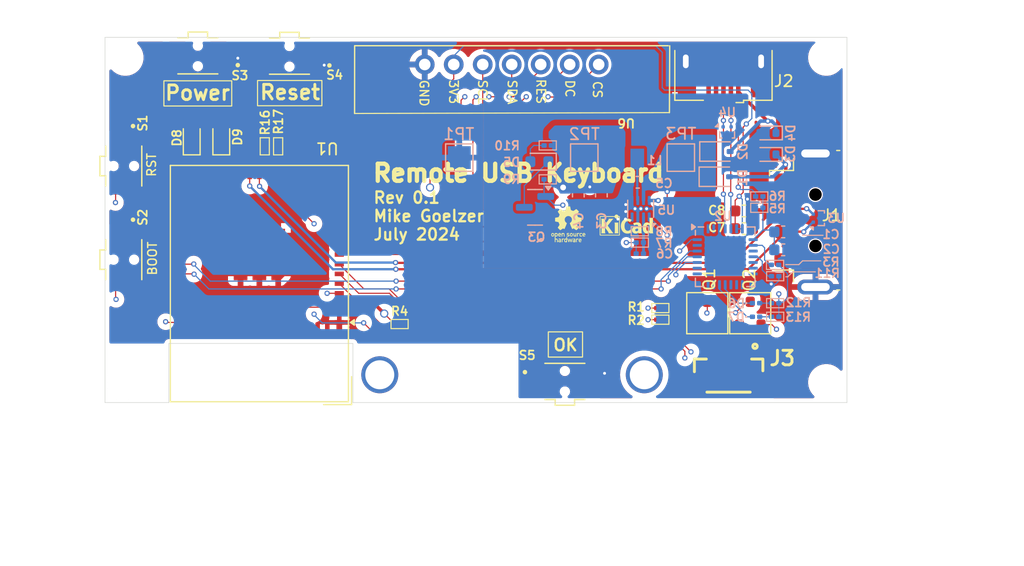
<source format=kicad_pcb>
(kicad_pcb (version 20240108) (generator "pcbnew") (generator_version "8.0")
  (layers (0 "F.Cu" signal) (1 "In1.Cu" signal) (2 "In2.Cu" signal) (31 "B.Cu" signal) (34 "B.Paste" user) (35 "F.Paste" user) (36 "B.SilkS" user "B.Silkscreen") (37 "F.SilkS" user "F.Silkscreen") (38 "B.Mask" user) (39 "F.Mask" user) (44 "Edge.Cuts" user))
  (net 0 "")
  (net 1 "GND")
  (net 2 "/USB + UART/VBUS_SENSING")
  (net 3 "+3V3")
  (net 4 "+5V")
  (net 5 "VBUS")
  (net 6 "VBUS_UART")
  (net 7 "Net-(D5-K)")
  (net 8 "Net-(D5-A)")
  (net 9 "Net-(D6-K)")
  (net 10 "Net-(D6-A)")
  (net 11 "Net-(D7-K)")
  (net 12 "Net-(D7-A)")
  (net 13 "USB_D+")
  (net 14 "USB_D-")
  (net 15 "Net-(D8-A)")
  (net 16 "Net-(D9-A)")
  (net 17 "/USB + UART/USB_UART_D+")
  (net 19 "/USB + UART/USB_UART_D-")
  (net 20 "/ESP32/F_PANEL_RST+")
  (net 21 "/ESP32/F_PANEL_HD+")
  (net 23 "EN")
  (net 24 "Net-(Q1-B)")
  (net 25 "GPIO0")
  (net 26 "Net-(Q2-E)")
  (net 27 "Net-(U2-~{RTS})")
  (net 28 "Net-(U2-~{RST})")
  (net 29 "Net-(U2-~{SUSPEND})")
  (net 30 "/ESP32/F_PANEL_PWR+")
  (net 31 "Net-(Q1-E)")
  (net 32 "/ESP32/LED_GRN")
  (net 36 "/ESP32/LED_AMBER")
  (net 37 "/ESP32/BTN_POWER")
  (net 38 "/ESP32/BTN_RESET")
  (net 43 "/ESP32/OLED_SDA")
  (net 44 "/ESP32/OLED_RST")
  (net 46 "/ESP32/OLED_CS")
  (net 53 "/ESP32/OLED_DC")
  (net 54 "/ESP32/OLED_SCK")
  (net 57 "/Power/FB")
  (net 58 "/Power/SW")
  (net 61 "/Power/PG")
  (net 64 "/ESP32/BTN_OK")
  (net 73 "TXD")
  (net 74 "RXD")
  (footprint "LED_SMD:LED_0603_1608Metric" (layer "F.Cu") (at 199.5678 59.4107 90)
    (property "Reference" "D9")
    (property "Value" "Amber" (hide yes))
  )
  (footprint "Connector_USB:USB_Micro-B_Amphenol_10118193-0001LF_Horizontal" (layer "F.Cu") (at 243.5626 52.705 180)
    (property "Reference" "J2")
    (property "Value" "USB_B_Micro")
  )
  (footprint "PCM_Package_TO_SOT_SMD_AKL:SOT-23" (layer "F.Cu") (at 242.1484 74.7682 90)
    (property "Reference" "Q1")
    (property "Value" "MMBT4124" (hide yes))
  )
  (footprint "USB-HID-Key-Parts:SW_EVQ-P7L01P" (layer "F.Cu") (at 191.0334 70.0786 -90)
    (property "Reference" "S2")
    (property "Value" "EVQ-P7L01P")
  )
  (footprint "LED_SMD:LED_0603_1608Metric" (layer "F.Cu") (at 196.977 59.4107 90)
    (property "Reference" "D8")
    (property "Value" "Green" (hide yes))
  )
  (footprint "PCM_Resistor_SMD_AKL:R_0201_0603Metric" (layer "F.Cu") (at 238.034 75.3364)
    (property "Reference" "R2")
    (property "Value" "10k" (hide yes))
  )
  (footprint "PCM_Resistor_SMD_AKL:R_0201_0603Metric" (layer "F.Cu") (at 215.1888 75.7174)
    (property "Reference" "R4")
    (property "Value" "2k (1%)" (hide yes))
  )
  (footprint "USB-HID-Key-Parts:SW_EVQ-P7L01P" (layer "F.Cu") (at 205.5402 52.2616 180)
    (property "Reference" "S4")
    (property "Value" "EVQ-P7L01P")
  )
  (footprint "MountingHole:MountingHole_3mm" (layer "F.Cu") (at 252.5776 52.3748)
    (property "Reference" "H1" (hide yes))
    (property "Value" "MountingHole")
  )
  (footprint "USB-HID-Key-Parts:OLED 0.95in Receptacle+Holes Only Footprint" (layer "F.Cu") (at 238.6264 82.1624 180)
    (property "Reference" "U6")
    (property "Value" "HiLetGo 0.95\" OLED")
  )
  (footprint "Connector_USB:USB_A_Molex_48037-2200_Horizontal" (layer "F.Cu") (at 259.999 66.6242)
    (property "Reference" "J1")
    (property "Value" "USB_A")
  )
  (footprint "USB-HID-Key-Parts:SW_EVQ-P7L01P" (layer "F.Cu") (at 197.5138 52.234 180)
    (property "Reference" "S3")
    (property "Value" "EVQ-P7L01P")
  )
  (footprint "PCM_Resistor_SMD_AKL:R_0201_0603Metric" (layer "F.Cu") (at 203.3778 60.1472 -90)
    (property "Reference" "R16")
    (property "Value" "1k" (hide yes))
  )
  (footprint "MountingHole:MountingHole_3mm" (layer "F.Cu") (at 252.5776 80.8228)
    (property "Reference" "H4" (hide yes))
    (property "Value" "MountingHole")
  )
  (footprint "LOGO" (layer "F.Cu") (at 235.0516 67.0306)
    (property "Reference" "G***" (hide yes))
    (property "Value" "LOGO" (hide yes))
  )
  (footprint "LOGO" (layer "F.Cu") (at 229.9716 66.9798)
    (property "Reference" "G***" (hide yes))
    (property "Value" "LOGO" (hide yes))
  )
  (footprint "PCM_Resistor_SMD_AKL:R_0201_0603Metric" (layer "F.Cu") (at 238.034 74.3204)
    (property "Reference" "R1")
    (property "Value" "10k" (hide yes))
  )
  (footprint "Capacitor_SMD:C_0603_1608Metric" (layer "F.Cu") (at 245.364 67.3608)
    (property "Reference" "C7")
    (property "Value" "10uF")
  )
  (footprint "RF_Module:ESP32-S2-MINI-1" (layer "F.Cu") (at 202.9056 72.175 180)
    (property "Reference" "U1")
    (property "Value" "ESP32-S3-MINI-1")
  )
  (footprint "PCM_Package_TO_SOT_SMD_AKL:SOT-23" (layer "F.Cu") (at 245.9076 74.7682 90)
    (property "Reference" "Q2")
    (property "Value" "MMBT4124" (hide yes))
  )
  (footprint "USB-HID-Key-Parts:SW_EVQ-P7L01P" (layer "F.Cu") (at 191.0334 61.8744 -90)
    (property "Reference" "S1")
    (property "Value" "EVQ-P7L01P")
  )
  (footprint "USB-HID-Key-Parts:SW_EVQ-P7L01P" (layer "F.Cu") (at 229.6702 80.7328)
    (property "Reference" "S5")
    (property "Value" "EVQ-P7L01P")
  )
  (footprint "MountingHole:MountingHole_3mm" (layer "F.Cu") (at 191.1604 52.3748)
    (property "Reference" "H2" (hide yes))
    (property "Value" "MountingHole")
  )
  (footprint "MountingHole:MountingHole_3mm" (layer "F.Cu") (at 191.1604 80.8228)
    (property "Reference" "H3" (hide yes))
    (property "Value" "MountingHole")
  )
  (footprint "PCM_Resistor_SMD_AKL:R_0201_0603Metric" (layer "F.Cu") (at 204.5462 60.1472 -90)
    (property "Reference" "R17")
    (property "Value" "1k" (hide yes))
  )
  (footprint "Capacitor_SMD:C_0603_1608Metric" (layer "F.Cu") (at 245.364 65.8114)
    (property "Reference" "C8")
    (property "Value" "0.1uF")
  )
  (footprint "USB-HID-Key-Parts:BM04B-SRSS-TB_LFSN_" (layer "F.Cu") (at 247.0164 78.8852 180)
    (property "Reference" "J3")
    (property "Value" "BM04B" (hide yes))
  )
  (footprint "Capacitor_SMD:C_0603_1608Metric" (layer "B.Cu") (at 232.8672 64.4398 -90)
    (property "Reference" "C3")
    (property "Value" "10uF")
  )
  (footprint "Capacitor_SMD:C_0603_1608Metric" (layer "B.Cu") (at 230.8476 64.4398 -90)
    (property "Reference" "C4")
    (property "Value" "10uF")
  )
  (footprint "USB-HID-Key-Parts:DFE201610E-R47M=P2" (layer "B.Cu") (at 235.1532 61.2648 180)
    (property "Reference" "L1")
    (property "Value" "470nH DFE201610E-R47M")
  )
  (footprint "Diode_SMD:D_SOD-523" (layer "B.Cu") (at 247.461 58.9788 180)
    (property "Reference" "D4")
    (property "Value" "ESD5Z5.0T1G")
  )
  (footprint "PCM_Resistor_SMD_AKL:R_0201_0603Metric" (layer "B.Cu") (at 248.0924 73.8886)
    (property "Reference" "R12")
    (property "Value" "1k" (hide yes))
  )
  (footprint "PCM_Resistor_SMD_AKL:R_0201_0603Metric" (layer "B.Cu") (at 246.7 64.5414)
    (property "Reference" "R5")
    (property "Value" "22.1k" (hide yes))
  )
  (footprint "PCM_Resistor_SMD_AKL:R_0201_0603Metric" (layer "B.Cu") (at 248.0924 71.5264)
    (property "Reference" "R11")
    (property "Value" "10k" (hide yes))
  )
  (footprint "PCM_Resistor_SMD_AKL:R_0201_0603Metric" (layer "B.Cu") (at 246.7 65.532 180)
    (property "Reference" "R6")
    (property "Value" "47.5k" (hide yes))
  )
  (footprint "Diode_SMD:D_SOD-523" (layer "B.Cu") (at 247.461 60.8584 180)
    (property "Reference" "D3")
    (property "Value" "ESD5Z5.0T1G")
  )
  (footprint "Capacitor_SMD:C_0201_0603Metric" (layer "B.Cu") (at 236.2352 69.5452)
    (property "Reference" "C6")
    (property "Value" "120pF")
  )
  (footprint "PCM_Resistor_SMD_AKL:R_0201_0603Metric" (layer "B.Cu") (at 248.0818 70.5358 180)
    (property "Reference" "R3")
    (property "Value" "1K" (hide yes))
  )
  (footprint "Diode_SMD:D_SOD-323" (layer "B.Cu") (at 243.044 62.8142)
    (property "Reference" "D1")
    (property "Value" "BAT60A")
  )
  (footprint "Package_TO_SOT_SMD:Texas_DRT-3" (layer "B.Cu") (at 243.8852 58.8704)
    (property "Reference" "U4")
    (property "Value" "TPD2EUSB30A" (hide yes))
  )
  (footprint "Capacitor_SMD:C_0603_1608Metric" (layer "B.Cu") (at 248.793 67.6448)
    (property "Reference" "C1")
    (property "Value" "10uF")
  )
  (footprint "PCM_Resistor_SMD_AKL:R_0201_0603Metric" (layer "B.Cu") (at 236.2306 67.5894 180)
    (property "Reference" "R8")
    (property "Value" "453k" (hide yes))
  )
  (footprint "TestPoint:TestPoint_Pad_2.0x2.0mm" (layer "B.Cu") (at 239.8268 61.1378 180)
    (property "Reference" "TP3")
    (property "Value" "(5V)")
  )
  (footprint "Capacitor_SMD:C_0603_1608Metric" (layer "B.Cu") (at 236.0552 63.2968 180)
    (property "Reference" "C5")
    (property "Value" "10uF")
  )
  (footprint "TestPoint:TestPoint_Pad_2.0x2.0mm" (layer "B.Cu") (at 220.4212 61.1378 180)
    (property "Reference" "TP1")
    (property "Value" "GND")
  )
  (footprint "PCM_Resistor_SMD_AKL:R_0201_0603Metric" (layer "B.Cu") (at 236.2352 68.58)
    (property "Reference" "R7")
    (property "Value" "100k" (hide yes))
  )
  (footprint "PCM_Resistor_SMD_AKL:R_0201_0603Metric" (layer "B.Cu") (at 228.1682 63.0428)
    (property "Reference" "R9")
    (property "Value" "10k" (hide yes))
  )
  (footprint "Capacitor_SMD:C_0603_1608Metric" (layer "B.Cu") (at 248.793 69.215)
    (property "Reference" "C2")
    (property "Value" "0.1uF")
  )
  (footprint "TestPoint:TestPoint_Pad_2.0x2.0mm" (layer "B.Cu") (at 231.3686 61.1378 180)
    (property "Reference" "TP2")
    (property "Value" "(3.3V)")
  )
  (footprint "PCM_Resistor_SMD_AKL:R_0201_0603Metric" (layer "B.Cu") (at 228.1682 60.071)
    (property "Reference" "R10")
    (property "Value" "1k" (hide yes))
  )
  (footprint "LED_SMD:LED_0201_0603Metric" (layer "B.Cu") (at 246.4202 75.0824)
    (property "Reference" "D7")
    (property "Value" "Green (TX)")
  )
  (footprint "Package_DFN_QFN:QFN-28-1EP_5x5mm_P0.5mm_EP3.35x3.35mm" (layer "B.Cu") (at 243.7154 69.8246 -90)
    (property "Reference" "U2")
    (property "Value" "CP2102N-Axx-xQFN28")
  )
  (footprint "Package_TO_SOT_SMD:Texas_DRT-3" (layer "B.Cu") (at 251.8596 66.4408 90)
    (property "Reference" "U3")
    (property "Value" "TPD2EUSB30A")
  )
  (footprint "LED_SMD:LED_0201_0603Metric" (layer "B.Cu") (at 246.4156 73.8886)
    (property "Reference" "D6")
    (property "Value" "Amber (RX)")
  )
  (footprint "Diode_SMD:D_SOD-323" (layer "B.Cu") (at 243.0948 60.6044)
    (property "Reference" "D2")
    (property "Value" "BAT60A")
  )
  (footprint "Package_SON:Texas_VSON-HR-8_1.5x2mm_P0.5mm" (layer "B.Cu") (at 236.3082 65.6198 90)
    (property "Reference" "U5")
    (property "Value" "TPS62823DLC")
  )
  (footprint "LED_SMD:LED_0603_1608Metric" (layer "B.Cu") (at 227.4317 61.4934 180)
    (property "Reference" "D5")
    (property "Value" "Green")
  )
  (footprint "PCM_Resistor_SMD_AKL:R_0201_0603Metric" (layer "B.Cu") (at 248.0924 75.0824)
    (property "Reference" "R13")
    (property "Value" "1k" (hide yes))
  )
  (footprint "Package_TO_SOT_SMD:SOT-23" (layer "B.Cu") (at 227.0529 65.4914 180)
    (property "Reference" "Q3")
    (property "Value" "BSH111BKR")
  )
  (gr_line (start 250.4948 70.1802) (end 250.1646 70.5104) (stroke (width 0.1)) (layer "B.SilkS"))
  (gr_line (start 250.1646 70.5104) (end 249.0216 70.5104) (stroke (width 0.1)) (layer "B.SilkS"))
  (gr_line (start 252.095 70.1802) (end 250.4948 70.1802) (stroke (width 0.1)) (layer "B.SilkS"))
  (gr_line (start 249.1994 71.5772) (end 249.0216 71.5772) (stroke (width 0.1)) (layer "B.SilkS"))
  (gr_line (start 249.6312 71.1454) (end 249.1994 71.5772) (stroke (width 0.1)) (layer "B.SilkS"))
  (gr_line (start 251.6124 71.1454) (end 249.6312 71.1454) (stroke (width 0.1)) (layer "B.SilkS"))
  (gr_line (start 252.2855 67.945) (end 250.4948 67.945) (stroke (width 0.1)) (layer "B.SilkS"))
  (gr_rect (start 202.7428 54.3814) (end 208.3816 56.5912) (stroke (width 0.1)) (fill none) (layer "F.SilkS"))
  (gr_rect (start 194.5386 54.4068) (end 200.4822 56.6166) (stroke (width 0.1)) (fill none) (layer "F.SilkS"))
  (gr_rect (start 228.219 76.4032) (end 231.2162 78.613) (stroke (width 0.1)) (fill none) (layer "F.SilkS"))
  (gr_line (start 194.9704 77.4192) (end 211.0994 77.4192) (stroke (width 0.05)) (layer "Edge.Cuts"))
  (gr_line (start 194.9704 82.5968) (end 189.381 82.5968) (stroke (width 0.05)) (layer "Edge.Cuts"))
  (gr_line (start 254.381 50.5968) (end 254.381 82.5968) (stroke (width 0.05)) (layer "Edge.Cuts"))
  (gr_line (start 189.381 50.5968) (end 189.381 82.5968) (stroke (width 0.05)) (layer "Edge.Cuts"))
  (gr_line (start 254.381 50.5968) (end 189.3824 50.5968) (stroke (width 0.05)) (layer "Edge.Cuts"))
  (gr_line (start 194.9704 82.5968) (end 194.9704 77.4192) (stroke (width 0.05)) (layer "Edge.Cuts"))
  (gr_line (start 254.381 82.5968) (end 211.0994 82.5968) (stroke (width 0.05)) (layer "Edge.Cuts"))
  (gr_line (start 211.0994 77.4192) (end 211.0994 82.6008) (stroke (width 0.05)) (layer "Edge.Cuts"))
  (gr_text "BOOT" (at 193.9798 71.5264 90) (layer "F.SilkS") (effects (font (size 0.762 0.762) (thickness 0.127) (bold yes)) (justify left bottom)))
  (gr_text "Remote USB Keyboard" (at 212.6742 63.373 0) (layer "F.SilkS") (effects (font (size 1.5 1.5) (thickness 0.375) (bold yes)) (justify left bottom)))
  (gr_text "Reset" (at 202.819 56.1594 0) (layer "F.SilkS") (effects (font (size 1.27 1.27) (thickness 0.254) (bold yes)) (justify left bottom)))
  (gr_text "Power" (at 194.5132 56.2102 0) (layer "F.SilkS") (effects (font (size 1.27 1.27) (thickness 0.254) (bold yes)) (justify left bottom)))
  (gr_text "Rev 0.1\nMike Goelzer\nJuly 2024" (at 212.8012 68.453 0) (layer "F.SilkS") (effects (font (size 1 1) (thickness 0.2) (bold yes)) (justify left bottom)))
  (gr_text "RST" (at 193.9036 62.8904 90) (layer "F.SilkS") (effects (font (size 0.762 0.762) (thickness 0.127) (bold yes)) (justify left bottom)))
  (gr_text "OK" (at 228.5492 78.1558 0) (layer "F.SilkS") (effects (font (size 1.016 1.016) (thickness 0.2032) (bold yes)) (justify left bottom)))
  (segment (start 199.3138 52.959) (end 200.3806 52.959) (width 0.1016) (layer "F.Cu") (net 1))
  (segment (start 200.3806 52.959) (end 201.0156 52.4256) (width 0.1016) (layer "F.Cu") (net 1))
  (segment (start 231.4702 80.0078) (end 231.1428 80.3352) (width 0.1016) (layer "F.Cu") (net 1))
  (segment (start 233.119 80.0078) (end 233.1466 80.0354) (width 0.1016) (layer "F.Cu") (net 1))
  (segment (start 201.0156 52.4256) (end 200.9394 52.4002) (width 0.1016) (layer "F.Cu") (net 1))
  (segment (start 207.3402 52.9866) (end 207.0128 52.6592) (width 0.1016) (layer "F.Cu") (net 1))
  (segment (start 228.1976 80.3352) (end 227.8702 80.0078) (width 0.1016) (layer "F.Cu") (net 1))
  (segment (start 231.4702 80.0078) (end 233.119 80.0078) (width 0.1016) (layer "F.Cu") (net 1))
  (segment (start 231.1428 80.3352) (end 228.1976 80.3352) (width 0.1016) (layer "F.Cu") (net 1))
  (segment (start 208.5362 52.9866) (end 208.5848 53.0352) (width 0.1016) (layer "F.Cu") (net 1))
  (segment (start 207.3402 52.9866) (end 208.5362 52.9866) (width 0.1016) (layer "F.Cu") (net 1))
  (segment (start 242.2626 56.4468) (end 242.2626 53.8718) (width 0.3048) (layer "F.Cu") (net 1))
  (segment (start 242.2626 53.8718) (end 242.3626 53.7718) (width 0.3048) (layer "F.Cu") (net 1))
  (segment (start 204.0676 52.6592) (end 203.7402 52.9866) (width 0.1016) (layer "F.Cu") (net 1))
  (segment (start 207.0128 52.6592) (end 204.0676 52.6592) (width 0.1016) (layer "F.Cu") (net 1))
  (via (at 236.3216 65.6146) (size 0.4572) (drill 0.254) (layers "F.Cu" "B.Cu") (net 1))
  (via (at 245.6688 64.77) (size 0.4572) (drill 0.254) (layers "F.Cu" "B.Cu") (net 1))
  (via (at 235.0008 65.8622) (size 0.4572) (drill 0.254) (layers "F.Cu" "B.Cu") (net 1))
  (via (at 208.5848 53.0352) (size 0.4572) (drill 0.254) (layers "F.Cu" "B.Cu") (net 1))
  (via (at 236.8296 65.6146) (size 0.4572) (drill 0.254) (layers "F.Cu" "B.Cu") (net 1))
  (via (at 235.8136 65.6146) (size 0.4572) (drill 0.254) (layers "F.Cu" "B.Cu") (net 1))
  (via (at 201.0156 52.4256) (size 0.4572) (drill 0.254) (layers "F.Cu" "B.Cu") (net 1))
  (via (at 235.0008 65.2526) (size 0.4572) (drill 0.254) (layers "F.Cu" "B.Cu") (net 1))
  (via (at 234.315 66.5226) (size 0.4572) (drill 0.254) (layers "F.Cu" "B.Cu") (net 1))
  (via (at 247.7516 72.2122) (size 0.4572) (drill 0.254) (layers "F.Cu" "B.Cu") (net 1))
  (via (at 233.1466 80.0354) (size 0.4572) (drill 0.254) (layers "F.Cu" "B.Cu") (net 1))
  (via (at 234.9754 66.5226) (size 0.4572) (drill 0.254) (layers "F.Cu" "B.Cu") (net 1))
  (segment (start 248.4124 71.5264) (end 248.4124 71.9324) (width 0.1016) (layer "B.Cu") (net 1))
  (segment (start 248.4124 71.9324) (end 248.1326 72.2122) (width 0.1016) (layer "B.Cu") (net 1))
  (segment (start 236.8296 65.6146) (end 237.2296 65.6146) (width 0.2032) (layer "B.Cu") (net 1))
  (segment (start 248.1326 72.2122) (end 247.7516 72.2122) (width 0.1016) (layer "B.Cu") (net 1))
  (segment (start 237.2296 65.6146) (end 237.2868 65.5574) (width 0.2032) (layer "B.Cu") (net 1))
  (segment (start 248.018 69.215) (end 248.018 67.6448) (width 0.1016) (layer "B.Cu") (net 2))
  (segment (start 248.018 67.6448) (end 247.8546 67.4814) (width 0.1016) (layer "B.Cu") (net 2))
  (segment (start 247.02 67.47) (end 246.1654 68.3246) (width 0.1016) (layer "B.Cu") (net 2))
  (segment (start 247.8546 67.4814) (end 247.0086 67.4814) (width 0.1016) (layer "B.Cu") (net 2))
  (segment (start 247.02 64.5414) (end 247.02 65.532) (width 0.1016) (layer "B.Cu") (net 2))
  (segment (start 247.02 65.532) (end 247.02 67.47) (width 0.1016) (layer "B.Cu") (net 2))
  (segment (start 244.589 64.8846) (end 244.589 67.3608) (width 0.1016) (layer "F.Cu") (net 3))
  (segment (start 212.9146 73.875) (end 209.9056 73.875) (width 0.3048) (layer "F.Cu") (net 3))
  (segment (start 214.8688 75.7174) (end 214.757 75.7174) (width 0.1016) (layer "F.Cu") (net 3))
  (segment (start 217.8558 63.754) (end 217.8558 56.3118) (width 0.1016) (layer "F.Cu") (net 3))
  (segment (start 245.2878 58.4708) (end 245.2878 64.1858) (width 0.1016) (layer "F.Cu") (net 3))
  (segment (start 245.2878 64.1858) (end 244.9449 64.5287) (width 0.1016) (layer "F.Cu") (net 3))
  (segment (start 245.5672 58.1914) (end 245.2878 58.4708) (width 0.1016) (layer "F.Cu") (net 3))
  (segment (start 214.757 75.7174) (end 213.8426 74.803) (width 0.1016) (layer "F.Cu") (net 3))
  (segment (start 244.9449 64.5287) (end 244.589 64.8846) (width 0.1016) (layer "F.Cu") (net 3))
  (segment (start 244.9824 65.8114) (end 244.9824 65.4564) (width 0.1016) (layer "F.Cu") (net 3))
  (segment (start 213.8426 74.803) (end 212.9146 73.875) (width 0.3048) (layer "F.Cu") (net 3))
  (segment (start 217.8558 56.3118) (end 219.932 54.2356) (width 0.1016) (layer "F.Cu") (net 3))
  (segment (start 219.932 54.2356) (end 219.932 52.9794) (width 0.1016) (layer "F.Cu") (net 3))
  (via (at 235.0516 68.58) (size 0.4572) (drill 0.254) (layers "F.Cu" "B.Cu") (net 3))
  (via (at 245.5672 58.1914) (size 0.4572) (drill 0.254) (layers "F.Cu" "B.Cu") (net 3))
  (via (at 217.8558 63.754) (size 0.7112) (drill 0.508) (layers "F.Cu" "B.Cu") (net 3))
  (via (at 229.5144 63.754) (size 0.7112) (drill 0.508) (layers "F.Cu" "B.Cu") (net 3))
  (via (at 248.412 73.0758) (size 0.4572) (drill 0.254) (layers "F.Cu" "B.Cu") (net 3))
  (via (at 244.9449 64.5287) (size 0.4572) (drill 0.254) (layers "F.Cu" "B.Cu") (net 3))
  (via (at 213.8426 74.803) (size 0.7112) (drill 0.508) (layers "F.Cu" "B.Cu") (net 3))
  (via (at 231.8512 63.7032) (size 0.4572) (drill 0.254) (layers "F.Cu" "B.Cu") (net 3))
  (segment (start 235.9152 68.58) (end 235.0516 68.58) (width 0.1016) (layer "B.Cu") (net 3))
  (segment (start 249.174 71.308) (end 249.174 73.4314) (width 0.1016) (layer "B.Cu") (net 3))
  (segment (start 246.0498 57.7088) (end 246.0498 55.5498) (width 0.1016) (layer "B.Cu") (net 3))
  (segment (start 248.412 73.0758) (end 248.412 73.8882) (width 0.1016) (layer "B.Cu") (net 3))
  (segment (start 248.6914 73.8124) (end 248.6152 73.8886) (width 0.1016) (layer "B.Cu") (net 3))
  (segment (start 237.6424 51.3588) (end 220.8022 51.3588) (width 0.1016) (layer "B.Cu") (net 3))
  (segment (start 238.4044 55.2196) (end 238.2012 55.0164) (width 0.1016) (layer "B.Cu") (net 3))
  (segment (start 248.4018 70.5358) (end 249.174 71.308) (width 0.1016) (layer "B.Cu") (net 3))
  (segment (start 235.9152 69.5452) (end 235.9152 68.58) (width 0.1016) (layer "B.Cu") (net 3))
  (segment (start 248.793 73.8124) (end 248.6914 73.8124) (width 0.1016) (layer "B.Cu") (net 3))
  (segment (start 248.6152 73.8886) (end 248.4124 73.8886) (width 0.1016) (layer "B.Cu") (net 3))
  (segment (start 248.412 73.8882) (end 248.4124 73.8886) (width 0.1016) (layer "B.Cu") (net 3))
  (segment (start 246.0498 55.5498) (end 245.7196 55.2196) (width 0.1016) (layer "B.Cu") (net 3))
  (segment (start 245.7196 55.2196) (end 238.4044 55.2196) (width 0.1016) (layer "B.Cu") (net 3))
  (segment (start 238.2012 51.9176) (end 237.6424 51.3588) (width 0.1016) (layer "B.Cu") (net 3))
  (segment (start 249.174 73.4314) (end 248.793 73.8124) (width 0.1016) (layer "B.Cu") (net 3))
  (segment (start 220.8022 51.3588) (end 219.932 52.229) (width 0.1016) (layer "B.Cu") (net 3))
  (segment (start 244.9449 64.5287) (end 245.2154 64.7992) (width 0.1016) (layer "B.Cu") (net 3))
  (segment (start 245.5672 58.1914) (end 246.0498 57.7088) (width 0.1016) (layer "B.Cu") (net 3))
  (segment (start 235.0516 68.58) (end 235.1024 68.58) (width 0.3048) (layer "B.Cu") (net 3))
  (segment (start 238.2012 55.0164) (end 238.2012 51.9176) (width 0.1016) (layer "B.Cu") (net 3))
  (segment (start 248.4124 73.8886) (end 248.4124 75.0824) (width 0.1016) (layer "B.Cu") (net 3))
  (segment (start 245.2154 67.3746) (end 244.7154 67.3746) (width 0.1016) (layer "B.Cu") (net 3))
  (segment (start 219.932 52.229) (end 219.932 52.9794) (width 0.1016) (layer "B.Cu") (net 3))
  (segment (start 245.2154 64.7992) (end 245.2154 67.3746) (width 0.1016) (layer "B.Cu") (net 3))
  (segment (start 238.633 67.945) (end 238.633 64.1096) (width 0.1016) (layer "F.Cu") (net 4))
  (via (at 238.633 67.945) (size 0.4572) (drill 0.254) (layers "F.Cu" "B.Cu") (net 4))
  (via (at 238.633 64.1096) (size 0.4572) (drill 0.254) (layers "F.Cu" "B.Cu") (net 4))
  (segment (start 236.5582 64.8948) (end 236.5582 63.5688) (width 0.3048) (layer "B.Cu") (net 4))
  (segment (start 238.6584 67.945) (end 238.633 67.9196) (width 0.3048) (layer "B.Cu") (net 4))
  (segment (start 237.0582 66.3448) (end 238.633 67.9196) (width 0.1016) (layer "B.Cu") (net 4))
  (segment (start 238.633 67.945) (end 238.6584 67.945) (width 0.3048) (layer "B.Cu") (net 4))
  (segment (start 238.633 67.9196) (end 238.6584 67.9196) (width 0.3048) (layer "B.Cu") (net 4))
  (segment (start 238.633 67.9196) (end 238.633 67.945) (width 0.3048) (layer "B.Cu") (net 4))
  (segment (start 236.5582 63.5688) (end 236.8302 63.2968) (width 0.3048) (layer "B.Cu") (net 4))
  (segment (start 249.026564 61.7474) (end 248.9962 61.7474) (width 0.3048) (layer "F.Cu") (net 5))
  (segment (start 248.9962 61.717036) (end 249.001164 61.722) (width 0.3048) (layer "F.Cu") (net 5))
  (segment (start 248.9962 61.7474) (end 248.9962 61.717036) (width 0.3048) (layer "F.Cu") (net 5))
  (segment (start 249.024 61.744836) (end 249.026564 61.7474) (width 0.3048) (layer "F.Cu") (net 5))
  (segment (start 249.024 63.1242) (end 249.024 61.744836) (width 0.3048) (layer "F.Cu") (net 5))
  (via (at 248.9962 61.7474) (size 0.4572) (drill 0.254) (layers "F.Cu" "B.Cu") (net 5))
  (segment (start 248.9962 61.7474) (end 247.9294 62.8142) (width 0.3048) (layer "B.Cu") (net 5))
  (segment (start 247.9294 62.8142) (end 244.094 62.8142) (width 0.3048) (layer "B.Cu") (net 5))
  (segment (start 248.9962 61.7474) (end 248.9962 61.6936) (width 0.3048) (layer "B.Cu") (net 5))
  (segment (start 248.9962 61.6936) (end 248.161 60.8584) (width 0.3048) (layer "B.Cu") (net 5))
  (segment (start 244.856529 63.7286) (end 244.8626 63.734671) (width 0.1016) (layer "F.Cu") (net 6))
  (segment (start 247.4468 57.9374) (end 247.4722 57.912) (width 0.3048) (layer "F.Cu") (net 6))
  (segment (start 244.8626 55.38) (end 244.8626 63.722529) (width 0.1016) (layer "F.Cu") (net 6))
  (segment (start 247.42 57.9374) (end 247.4468 57.9374) (width 0.3048) (layer "F.Cu") (net 6))
  (segment (start 244.8626 63.722529) (end 244.856529 63.7286) (width 0.1016) (layer "F.Cu") (net 6))
  (segment (start 244.8626 55.38) (end 247.42 57.9374) (width 0.3048) (layer "F.Cu") (net 6))
  (via (at 247.4468 57.9374) (size 0.4572) (drill 0.254) (layers "F.Cu" "B.Cu") (net 6))
  (via (at 244.856529 63.7286) (size 0.4572) (drill 0.254) (layers "F.Cu" "B.Cu") (net 6))
  (segment (start 244.856529 63.7286) (end 245.059729 63.9318) (width 0.1016) (layer "B.Cu") (net 6))
  (segment (start 246.38 64.262) (end 246.38 64.5414) (width 0.1016) (layer "B.Cu") (net 6))
  (segment (start 245.059729 63.9318) (end 246.0498 63.9318) (width 0.1016) (layer "B.Cu") (net 6))
  (segment (start 246.8118 57.9374) (end 244.1448 60.6044) (width 0.3048) (layer "B.Cu") (net 6))
  (segment (start 248.161 58.296) (end 248.161 58.9788) (width 0.3048) (layer "B.Cu") (net 6))
  (segment (start 247.8024 57.9374) (end 248.161 58.296) (width 0.3048) (layer "B.Cu") (net 6))
  (segment (start 246.0498 63.9318) (end 246.38 64.262) (width 0.1016) (layer "B.Cu") (net 6))
  (segment (start 247.4468 57.9374) (end 246.8118 57.9374) (width 0.3048) (layer "B.Cu") (net 6))
  (segment (start 247.4468 57.9374) (end 247.8024 57.9374) (width 0.3048) (layer "B.Cu") (net 6))
  (segment (start 226.1154 65.4914) (end 226.1154 63.5972) (width 0.1016) (layer "B.Cu") (net 7))
  (segment (start 226.1154 63.5972) (end 228.2192 61.4934) (width 0.1016) (layer "B.Cu") (net 7))
  (segment (start 226.949 60.071) (end 226.6442 60.3758) (width 0.1016) (layer "B.Cu") (net 8))
  (segment (start 226.6442 60.3758) (end 226.6442 61.4934) (width 0.1016) (layer "B.Cu") (net 8))
  (segment (start 227.8482 60.071) (end 226.949 60.071) (width 0.1016) (layer "B.Cu") (net 8))
  (segment (start 246.0956 73.8886) (end 244.929401 73.8886) (width 0.1016) (layer "B.Cu") (net 9))
  (segment (start 244.929401 73.8886) (end 243.7154 72.674599) (width 0.1016) (layer "B.Cu") (net 9))
  (segment (start 243.7154 72.674599) (end 243.7154 72.2746) (width 0.1016) (layer "B.Cu") (net 9))
  (segment (start 246.7356 73.8886) (end 247.7724 73.8886) (width 0.1016) (layer "B.Cu") (net 10))
  (segment (start 246.1002 75.0824) (end 245.623201 75.0824) (width 0.1016) (layer "B.Cu") (net 11))
  (segment (start 243.2154 72.674599) (end 243.2154 72.2746) (width 0.1016) (layer "B.Cu") (net 11))
  (segment (start 245.623201 75.0824) (end 243.2154 72.674599) (width 0.1016) (layer "B.Cu") (net 11))
  (segment (start 246.7402 75.0824) (end 247.7724 75.0824) (width 0.1016) (layer "B.Cu") (net 12))
  (segment (start 202.0556 63.6256) (end 202.0556 63.4986) (width 0.1016) (layer "F.Cu") (net 13))
  (segment (start 250.5456 67.6402) (end 250.5964 67.6402) (width 0.2) (layer "F.Cu") (net 13))
  (segment (start 249.024 67.6242) (end 250.5616 67.6242) (width 0.2) (layer "F.Cu") (net 13))
  (segment (start 202.057 63.627) (end 202.0556 63.6256) (width 0.1016) (layer "F.Cu") (net 13))
  (segment (start 214.8586 70.9168) (end 214.9856 70.9168) (width 0.2) (layer "F.Cu") (net 13))
  (segment (start 202.0556 62.625) (end 202.0556 63.6256) (width 0.1016) (layer "F.Cu") (net 13))
  (segment (start 250.5616 67.6242) (end 250.5456 67.6402) (width 0.2) (layer "F.Cu") (net 13))
  (segment (start 249.024 67.6242) (end 245.7314 70.9168) (width 0.2) (layer "F.Cu") (net 13))
  (segment (start 245.7314 70.9168) (end 214.8586 70.9168) (width 0.2) (layer "F.Cu") (net 13))
  (segment (start 250.5964 67.6402) (end 250.5964 67.5894) (width 0.2) (layer "F.Cu") (net 13))
  (via (at 202.057 63.627) (size 0.4572) (drill 0.254) (layers "F.Cu" "B.Cu") (net 13))
  (via (at 250.5964 67.6402) (size 0.4572) (drill 0.254) (layers "F.Cu" "B.Cu") (net 13))
  (via (at 214.8586 70.9168) (size 0.4572) (drill 0.254) (layers "F.Cu" "B.Cu") (net 13))
  (segment (start 250.5964 67.5894) (end 251.395 66.7908) (width 0.2) (layer "B.Cu") (net 13))
  (segment (start 251.395 66.7908) (end 251.4346 66.7908) (width 0.2) (layer "B.Cu") (net 13))
  (segment (start 214.8586 70.9168) (end 209.3468 70.9168) (width 0.2) (layer "B.Cu") (net 13))
  (segment (start 209.3468 70.9168) (end 202.057 63.627) (width 0.2) (layer "B.Cu") (net 13))
  (segment (start 214.8078 70.3326) (end 214.7824 70.3072) (width 0.2) (layer "F.Cu") (net 14))
  (segment (start 249.024 65.6242) (end 244.2902 70.358) (width 0.2) (layer "F.Cu") (net 14))
  (segment (start 214.8332 70.358) (end 214.8332 70.3326) (width 0.2) (layer "F.Cu") (net 14))
  (segment (start 214.8332 70.3326) (end 214.8078 70.3326) (width 0.2) (layer "F.Cu") (net 14))
  (segment (start 202.9206 63.6524) (end 202.8952 63.627) (width 0.1016) (layer "F.Cu") (net 14))
  (segment (start 202.9206 63.53) (end 202.9056 63.515) (width 0.1016) (layer "F.Cu") (net 14))
  (segment (start 244.2902 70.358) (end 243.459 70.358) (width 0.2) (layer "F.Cu") (net 14))
  (segment (start 249.024 65.6242) (end 250.7488 65.6242) (width 0.2) (layer "F.Cu") (net 14))
  (segment (start 214.8332 70.358) (end 214.8332 70.358) (width 0.2) (layer "F.Cu") (net 14))
  (segment (start 250.8504 65.6082) (end 250.8504 65.532) (width 0.2) (layer "F.Cu") (net 14))
  (segment (start 250.9266 65.6082) (end 250.8504 65.6082) (width 0.2) (layer "F.Cu") (net 14))
  (segment (start 250.9426 65.6242) (end 250.9266 65.6082) (width 0.2) (layer "F.Cu") (net 14))
  (segment (start 243.459 70.358) (end 214.8332 70.358) (width 0.2) (layer "F.Cu") (net 14))
  (segment (start 202.9056 63.515) (end 202.9056 62.625) (width 0.1016) (layer "F.Cu") (net 14))
  (segment (start 202.8952 63.627) (end 202.8952 63.5254) (width 0.1016) (layer "F.Cu") (net 14))
  (segment (start 202.9206 63.6524) (end 202.9206 63.53) (width 0.1016) (layer "F.Cu") (net 14))
  (via (at 214.8332 70.3326) (size 0.4572) (drill 0.254) (layers "F.Cu" "B.Cu") (net 14))
  (via (at 250.8504 65.6082) (size 0.4572) (drill 0.254) (layers "F.Cu" "B.Cu") (net 14))
  (via (at 202.9206 63.6524) (size 0.4572) (drill 0.254) (layers "F.Cu" "B.Cu") (net 14))
  (segment (start 209.6008 70.3326) (end 202.9206 63.6524) (width 0.2) (layer "B.Cu") (net 14))
  (segment (start 250.8504 65.532) (end 251.4092 66.0908) (width 0.2) (layer "B.Cu") (net 14))
  (segment (start 214.8332 70.3326) (end 209.6008 70.3326) (width 0.2) (layer "B.Cu") (net 14))
  (segment (start 251.4092 66.0908) (end 251.4346 66.0908) (width 0.2) (layer "B.Cu") (net 14))
  (segment (start 199.9742 59.3852) (end 197.739 59.3852) (width 0.1016) (layer "F.Cu") (net 15))
  (segment (start 203.327 59.152) (end 203.3778 59.2028) (width 0.1016) (layer "F.Cu") (net 15))
  (segment (start 203.327 59.152) (end 200.2074 59.152) (width 0.1016) (layer "F.Cu") (net 15))
  (segment (start 203.327 59.1562) (end 203.327 59.152) (width 0.1016) (layer "F.Cu") (net 15))
  (segment (start 200.2074 59.152) (end 199.9742 59.3852) (width 0.1016) (layer "F.Cu") (net 15))
  (segment (start 197.739 59.3852) (end 196.977 58.6232) (width 0.1016) (layer "F.Cu") (net 15))
  (segment (start 203.3778 59.2028) (end 203.3778 59.8272) (width 0.1016) (layer "F.Cu") (net 15))
  (segment (start 204.5462 59.3344) (end 203.6064 58.3946) (width 0.1016) (layer "F.Cu") (net 16))
  (segment (start 204.5462 59.8272) (end 204.5462 59.3344) (width 0.1016) (layer "F.Cu") (net 16))
  (segment (start 203.6064 58.3946) (end 199.8217 58.3946) (width 0.1016) (layer "F.Cu") (net 16))
  (segment (start 199.8217 58.3946) (end 199.5678 58.6485) (width 0.1016) (layer "F.Cu") (net 16))
  (segment (start 243.5626 55.38) (end 243.5606 55.382) (width 0.1016) (layer "F.Cu") (net 17))
  (segment (start 243.5606 57.8866) (end 243.5606 64.3382) (width 0.1016) (layer "F.Cu") (net 17))
  (segment (start 243.5606 55.382) (end 243.5606 57.8866) (width 0.1016) (layer "F.Cu") (net 17))
  (segment (start 243.5606 64.3382) (end 243.5626 64.2346) (width 0.1016) (layer "F.Cu") (net 17))
  (via (at 243.5606 57.8866) (size 0.4572) (drill 0.254) (layers "F.Cu" "B.Cu") (net 17))
  (via (at 243.5606 64.3382) (size 0.4572) (drill 0.254) (layers "F.Cu" "B.Cu") (net 17))
  (segment (start 243.6622 67.3214) (end 243.7154 67.3746) (width 0.1016) (layer "B.Cu") (net 17))
  (segment (start 243.5606 57.8866) (end 243.5606 58.3946) (width 0.1016) (layer "B.Cu") (net 17))
  (segment (start 243.6622 64.4398) (end 243.6622 67.3214) (width 0.1016) (layer "B.Cu") (net 17))
  (segment (start 243.5606 58.3946) (end 243.5352 58.42) (width 0.1016) (layer "B.Cu") (net 17))
  (segment (start 243.5606 64.3382) (end 243.6622 64.4398) (width 0.1016) (layer "B.Cu") (net 17))
  (segment (start 244.221 57.8866) (end 244.1956 64.3636) (width 0.1016) (layer "F.Cu") (net 19))
  (segment (start 244.1956 64.3636) (end 244.2126 64.2536) (width 0.1016) (layer "F.Cu") (net 19))
  (segment (start 244.2126 55.38) (end 244.221 55.3884) (width 0.1016) (layer "F.Cu") (net 19))
  (segment (start 244.221 55.3884) (end 244.221 57.8866) (width 0.1016) (layer "F.Cu") (net 19))
  (via (at 244.221 57.8866) (size 0.4572) (drill 0.254) (layers "F.Cu" "B.Cu") (net 19))
  (via (at 244.1956 64.3636) (size 0.4572) (drill 0.254) (layers "F.Cu" "B.Cu") (net 19))
  (segment (start 244.221 57.8866) (end 244.221 58.4058) (width 0.1016) (layer "B.Cu") (net 19))
  (segment (start 244.2154 64.3834) (end 244.2154 67.3746) (width 0.1016) (layer "B.Cu") (net 19))
  (segment (start 244.1956 64.3636) (end 244.2154 64.3834) (width 0.1016) (layer "B.Cu") (net 19))
  (segment (start 244.221 58.4058) (end 244.2352 58.42) (width 0.1016) (layer "B.Cu") (net 19))
  (segment (start 230.124 75.6666) (end 230.9114 76.454) (width 0.1016) (layer "F.Cu") (net 20))
  (segment (start 239.310832 77.0636) (end 243.6198 77.0636) (width 0.1016) (layer "F.Cu") (net 20))
  (segment (start 230.9114 76.454) (end 238.701232 76.454) (width 0.1016) (layer "F.Cu") (net 20))
  (segment (start 243.6198 77.0636) (end 244.5164 77.9602) (width 0.1016) (layer "F.Cu") (net 20))
  (segment (start 214.2998 73.025) (end 216.9414 75.6666) (width 0.1016) (layer "F.Cu") (net 20))
  (segment (start 244.5164 77.9602) (end 244.5164 78.4352) (width 0.1016) (layer "F.Cu") (net 20))
  (segment (start 216.9414 75.6666) (end 230.124 75.6666) (width 0.1016) (layer "F.Cu") (net 20))
  (segment (start 211.6056 73.025) (end 214.2998 73.025) (width 0.1016) (layer "F.Cu") (net 20))
  (segment (start 209.9056 71.325) (end 211.6056 73.025) (width 0.1016) (layer "F.Cu") (net 20))
  (segment (start 238.701232 76.454) (end 239.310832 77.0636) (width 0.1016) (layer "F.Cu") (net 20))
  (segment (start 216.9414 76.0476) (end 229.9716 76.0476) (width 0.1016) (layer "F.Cu") (net 21))
  (segment (start 242.8484 77.2922) (end 243.5164 77.9602) (width 0.1016) (layer "F.Cu") (net 21))
  (segment (start 230.7082 76.7842) (end 238.599632 76.7842) (width 0.1016) (layer "F.Cu") (net 21))
  (segment (start 214.249 73.3552) (end 216.9414 76.0476) (width 0.1016) (layer "F.Cu") (net 21))
  (segment (start 238.599632 76.7842) (end 239.107632 77.2922) (width 0.1016) (layer "F.Cu") (net 21))
  (segment (start 239.107632 77.2922) (end 242.8484 77.2922) (width 0.1016) (layer "F.Cu") (net 21))
  (segment (start 229.9716 76.0476) (end 230.7082 76.7842) (width 0.1016) (layer "F.Cu") (net 21))
  (segment (start 243.5164 77.9602) (end 243.5164 78.4352) (width 0.1016) (layer "F.Cu") (net 21))
  (segment (start 209.9056 72.175) (end 211.0858 73.3552) (width 0.1016) (layer "F.Cu") (net 21))
  (segment (start 211.0858 73.3552) (end 214.249 73.3552) (width 0.1016) (layer "F.Cu") (net 21))
  (segment (start 197.2364 74.2442) (end 212.0646 74.2442) (width 0.1016) (layer "F.Cu") (net 23))
  (segment (start 212.0646 74.2442) (end 214.6046 76.7842) (width 0.1016) (layer "F.Cu") (net 23))
  (segment (start 242.1484 73.7682) (end 242.1484 74.7166) (width 0.1016) (layer "F.Cu") (net 23))
  (segment (start 230.2764 77.47) (end 238.379 77.47) (width 0.1016) (layer "F.Cu") (net 23))
  (segment (start 238.7092 77.8002) (end 239.8776 77.8002) (width 0.1016) (layer "F.Cu") (net 23))
  (segment (start 215.5088 76.1086) (end 214.8332 76.7842) (width 0.1016) (layer "F.Cu") (net 23))
  (segment (start 214.8332 76.7842) (end 214.7316 76.7842) (width 0.1016) (layer "F.Cu") (net 23))
  (segment (start 190.3084 63.6744) (end 190.3084 65.0632) (width 0.1016) (layer "F.Cu") (net 23))
  (segment (start 195.9056 75.575) (end 197.2364 74.2442) (width 0.1016) (layer "F.Cu") (net 23))
  (segment (start 190.6358 63.347) (end 190.3084 63.6744) (width 0.1016) (layer "F.Cu") (net 23))
  (segment (start 240.1824 78.6892) (end 240.1824 78.5622) (width 0.1016) (layer "F.Cu") (net 23))
  (segment (start 242.1484 74.7166) (end 242.1128 74.7522) (width 0.1016) (layer "F.Cu") (net 23))
  (segment (start 190.6358 60.4018) (end 190.6358 63.347) (width 0.1016) (layer "F.Cu") (net 23))
  (segment (start 194.7518 75.575) (end 194.691 75.5142) (width 0.1016) (layer "F.Cu") (net 23))
  (segment (start 190.3084 65.0632) (end 190.2968 65.0748) (width 0.1016) (layer "F.Cu") (net 23))
  (segment (start 214.7316 76.7842) (end 229.5906 76.7842) (width 0.1016) (layer "F.Cu") (net 23))
  (segment (start 229.5906 76.7842) (end 230.2764 77.47) (width 0.1016) (layer "F.Cu") (net 23))
  (segment (start 195.9056 75.575) (end 194.7518 75.575) (width 0.1016) (layer "F.Cu") (net 23))
  (segment (start 190.3084 60.0744) (end 190.6358 60.4018) (width 0.1016) (layer "F.Cu") (net 23))
  (segment (start 238.379 77.47) (end 238.7092 77.8002) (width 0.1016) (layer "F.Cu") (net 23))
  (segment (start 239.8776 77.8002) (end 240.1824 78.105) (width 0.1016) (layer "F.Cu") (net 23))
  (segment (start 214.6046 76.7842) (end 214.7316 76.7842) (width 0.1016) (layer "F.Cu") (net 23))
  (segment (start 240.1824 78.105) (end 240.1824 78.6892) (width 0.1016) (layer "F.Cu") (net 23))
  (segment (start 215.5088 75.7174) (end 215.5088 76.1086) (width 0.1016) (layer "F.Cu") (net 23))
  (via (at 194.691 75.5142) (size 0.4572) (drill 0.254) (layers "F.Cu" "B.Cu") (net 23))
  (via (at 240.1824 78.6892) (size 0.4572) (drill 0.254) (layers "F.Cu" "B.Cu") (net 23))
  (via (at 242.1128 74.7522) (size 0.4572) (drill 0.254) (layers "F.Cu" "B.Cu") (net 23))
  (via (at 190.2968 65.0748) (size 0.4572) (drill 0.254) (layers "F.Cu" "B.Cu") (net 23))
  (segment (start 238.354 74.3204) (end 239.7506 74.3204) (width 0.1016) (layer "F.Cu") (net 24))
  (segment (start 239.7506 74.3204) (end 241.1984 75.7682) (width 0.1016) (layer "F.Cu") (net 24))
  (segment (start 238.887 77.5462) (end 240.1062 77.5462) (width 0.1016) (layer "F.Cu") (net 25))
  (segment (start 209.9818 73.025) (end 210.5152 73.5584) (width 0.1016) (layer "F.Cu") (net 25))
  (segment (start 245.586 73.7682) (end 244.6274 74.7268) (width 0.1016) (layer "F.Cu") (net 25))
  (segment (start 229.743 76.4032) (end 230.4796 77.1398) (width 0.1016) (layer "F.Cu") (net 25))
  (segment (start 209.9056 73.025) (end 209.9818 73.025) (width 0.1016) (layer "F.Cu") (net 25))
  (segment (start 190.6358 71.5512) (end 190.3084 71.8786) (width 0.1016) (layer "F.Cu") (net 25))
  (segment (start 190.3084 68.2786) (end 190.6358 68.606) (width 0.1016) (layer "F.Cu") (net 25))
  (segment (start 214.0839 73.5584) (end 216.9287 76.4032) (width 0.1016) (layer "F.Cu") (net 25))
  (segment (start 208.8388 73.025) (end 208.8642 73.025) (width 0.1016) (layer "F.Cu") (net 25))
  (segment (start 245.9076 73.7682) (end 245.586 73.7682) (width 0.1016) (layer "F.Cu") (net 25))
  (segment (start 216.9287 76.4032) (end 229.743 76.4032) (width 0.1016) (layer "F.Cu") (net 25))
  (segment (start 230.4796 77.1398) (end 238.4806 77.1398) (width 0.1016) (layer "F.Cu") (net 25))
  (segment (start 210.5152 73.5584) (end 214.0839 73.5584) (width 0.1016) (layer "F.Cu") (net 25))
  (segment (start 190.3084 73.5192) (end 190.3476 73.5584) (width 0.1016) (layer "F.Cu") (net 25))
  (segment (start 240.1062 77.5462) (end 240.7158 78.1558) (width 0.1016) (layer "F.Cu") (net 25))
  (segment (start 238.4806 77.1398) (end 238.887 77.5462) (width 0.1016) (layer "F.Cu") (net 25))
  (segment (start 190.3084 71.8786) (end 190.3084 73.5192) (width 0.1016) (layer "F.Cu") (net 25))
  (segment (start 240.7158 78.1558) (end 240.7158 78.105) (width 0.1016) (layer "F.Cu") (net 25))
  (segment (start 190.6358 68.606) (end 190.6358 71.5512) (width 0.1016) (layer "F.Cu") (net 25))
  (segment (start 209.9056 73.025) (end 208.8388 73.025) (width 0.1016) (layer "F.Cu") (net 25))
  (via (at 208.8388 73.025) (size 0.4572) (drill 0.254) (layers "F.Cu" "B.Cu") (net 25))
  (via (at 240.7158 78.1558) (size 0.4572) (drill 0.254) (layers "F.Cu" "B.Cu") (net 25))
  (via (at 244.6274 74.7268) (size 0.4572) (drill 0.254) (layers "F.Cu" "B.Cu") (net 25))
  (via (at 190.3476 73.5584) (size 0.4572) (drill 0.254) (layers "F.Cu" "B.Cu") (net 25))
  (segment (start 236.9566 74.3204) (end 237.714 74.3204) (width 0.1016) (layer "F.Cu") (net 26))
  (segment (start 246.8576 75.7682) (end 247.8024 75.7682) (width 0.1016) (layer "F.Cu") (net 26))
  (segment (start 247.8024 75.7682) (end 248.2088 76.1746) (width 0.1016) (layer "F.Cu") (net 26))
  (via (at 248.2088 76.1746) (size 0.4572) (drill 0.254) (layers "F.Cu" "B.Cu") (net 26))
  (via (at 236.9566 74.3204) (size 0.4572) (drill 0.254) (layers "F.Cu" "B.Cu") (net 26))
  (via (at 239.7252 69.3166) (size 0.4572) (drill 0.254) (layers "F.Cu" "B.Cu") (net 26))
  (segment (start 239.7252 69.3166) (end 239.7252 69.342) (width 0.1016) (layer "B.Cu") (net 26))
  (segment (start 240.7426 68.3246) (end 239.7506 69.3166) (width 0.1016) (layer "B.Cu") (net 26))
  (segment (start 239.7506 69.3166) (end 239.7252 69.3166) (width 0.1016) (layer "B.Cu") (net 26))
  (segment (start 241.2654 68.3246) (end 240.7426 68.3246) (width 0.1016) (layer "B.Cu") (net 26))
  (segment (start 239.7252 69.342) (end 239.7252 69.342) (width 0.1016) (layer "B.Cu") (net 26))
  (segment (start 236.9566 75.3364) (end 237.0328 75.3364) (width 0.1016) (layer "F.Cu") (net 27))
  (segment (start 237.714 75.3364) (end 236.9566 75.3364) (width 0.1016) (layer "F.Cu") (net 27))
  (via (at 236.9566 75.3364) (size 0.4572) (drill 0.254) (layers "F.Cu" "B.Cu") (net 27))
  (via (at 239.395 71.3994) (size 0.4572) (drill 0.254) (layers "F.Cu" "B.Cu") (net 27))
  (segment (start 241.2654 70.3246) (end 240.2412 70.3246) (width 0.1016) (layer "B.Cu") (net 27))
  (segment (start 239.395 71.1708) (end 239.395 71.3994) (width 0.1016) (layer "B.Cu") (net 27))
  (segment (start 240.2412 70.3246) (end 239.395 71.1708) (width 0.1016) (layer "B.Cu") (net 27))
  (segment (start 246.9548 68.8246) (end 247.1674 69.0372) (width 0.1016) (layer "B.Cu") (net 28))
  (segment (start 246.1654 68.8246) (end 246.9548 68.8246) (width 0.1016) (layer "B.Cu") (net 28))
  (segment (start 247.5992 70.5358) (end 247.7618 70.5358) (width 0.1016) (layer "B.Cu") (net 28))
  (segment (start 247.1674 70.104) (end 247.5992 70.5358) (width 0.1016) (layer "B.Cu") (net 28))
  (segment (start 247.1674 69.0372) (end 247.1674 70.104) (width 0.1016) (layer "B.Cu") (net 28))
  (segment (start 247.7724 71.5264) (end 247.4976 71.5264) (width 0.1016) (layer "B.Cu") (net 29))
  (segment (start 246.565399 69.8246) (end 246.1654 69.8246) (width 0.1016) (layer "B.Cu") (net 29))
  (segment (start 247.4976 71.5264) (end 246.9642 70.993) (width 0.1016) (layer "B.Cu") (net 29))
  (segment (start 246.9642 70.993) (end 246.9642 70.223401) (width 0.1016) (layer "B.Cu") (net 29))
  (segment (start 246.9642 70.223401) (end 246.565399 69.8246) (width 0.1016) (layer "B.Cu") (net 29))
  (segment (start 231.1146 76.1492) (end 230.2256 75.2602) (width 0.1016) (layer "F.Cu") (net 30))
  (segment (start 238.8108 76.1492) (end 231.1146 76.1492) (width 0.1016) (layer "F.Cu") (net 30))
  (segment (start 244.3912 76.835) (end 239.4966 76.835) (width 0.1016) (layer "F.Cu") (net 30))
  (segment (start 214.2744 72.644) (end 212.0646 72.644) (width 0.1016) (layer "F.Cu") (net 30))
  (segment (start 209.9056 70.485) (end 209.9056 70.475) (width 0.1016) (layer "F.Cu") (net 30))
  (segment (start 239.4966 76.835) (end 238.8108 76.1492) (width 0.1016) (layer "F.Cu") (net 30))
  (segment (start 230.2256 75.2602) (end 216.8906 75.2602) (width 0.1016) (layer "F.Cu") (net 30))
  (segment (start 216.8906 75.2602) (end 214.2744 72.644) (width 0.1016) (layer "F.Cu") (net 30))
  (segment (start 212.0646 72.644) (end 209.9056 70.485) (width 0.1016) (layer "F.Cu") (net 30))
  (segment (start 245.5164 77.9602) (end 244.3912 76.835) (width 0.1016) (layer "F.Cu") (net 30))
  (segment (start 245.5164 78.4352) (end 245.5164 77.9602) (width 0.1016) (layer "F.Cu") (net 30))
  (segment (start 238.354 75.3364) (end 239.3882 76.3706) (width 0.1016) (layer "F.Cu") (net 31))
  (segment (start 243.0984 75.7682) (end 244.9576 75.7682) (width 0.1016) (layer "F.Cu") (net 31))
  (segment (start 239.3882 76.3706) (end 242.496 76.3706) (width 0.1016) (layer "F.Cu") (net 31))
  (segment (start 242.496 76.3706) (end 243.0984 75.7682) (width 0.1016) (layer "F.Cu") (net 31))
  (segment (start 203.8858 61.5188) (end 204.3494 61.5188) (width 0.1016) (layer "F.Cu") (net 32))
  (segment (start 203.3778 61.0108) (end 203.8858 61.5188) (width 0.1016) (layer "F.Cu") (net 32))
  (segment (start 204.3494 61.5188) (end 205.4556 62.625) (width 0.1016) (layer "F.Cu") (net 32))
  (segment (start 203.3778 60.4672) (end 203.3778 61.0108) (width 0.1016) (layer "F.Cu") (net 32))
  (segment (start 204.5462 60.4672) (end 206.3056 62.2266) (width 0.1016) (layer "F.Cu") (net 36))
  (segment (start 206.3056 62.2266) (end 206.3056 62.625) (width 0.1016) (layer "F.Cu") (net 36))
  (segment (start 202.6666 54.6862) (end 210.8962 54.6862) (width 0.1016) (layer "F.Cu") (net 37))
  (segment (start 199.3138 51.509) (end 201.4706 51.509) (width 0.1016) (layer "F.Cu") (net 37))
  (segment (start 211.1502 63.5) (end 210.9752 63.675) (width 0.1016) (layer "F.Cu") (net 37))
  (segment (start 195.7138 51.509) (end 196.0412 51.8364) (width 0.1016) (layer "F.Cu") (net 37))
  (segment (start 202.0316 54.0512) (end 202.6666 54.6862) (width 0.1016) (layer "F.Cu") (net 37))
  (segment (start 210.9752 63.675) (end 209.9056 63.675) (width 0.1016) (layer "F.Cu") (net 37))
  (segment (start 201.4706 51.509) (end 202.0316 52.07) (width 0.1016) (layer "F.Cu") (net 37))
  (segment (start 198.9864 51.8364) (end 199.3138 51.509) (width 0.1016) (layer "F.Cu") (net 37))
  (segment (start 196.0412 51.8364) (end 198.9864 51.8364) (width 0.1016) (layer "F.Cu") (net 37))
  (segment (start 211.1502 54.9402) (end 211.1502 63.5) (width 0.1016) (layer "F.Cu") (net 37))
  (segment (start 210.8962 54.6862) (end 211.1502 54.9402) (width 0.1016) (layer "F.Cu") (net 37))
  (segment (start 202.0316 52.07) (end 202.0316 54.0512) (width 0.1016) (layer "F.Cu") (net 37))
  (segment (start 210.9888 64.525) (end 209.9056 64.525) (width 0.1016) (layer "F.Cu") (net 38))
  (segment (start 210.3882 51.5366) (end 211.6328 52.7812) (width 0.1016) (layer "F.Cu") (net 38))
  (segment (start 211.6328 52.7812) (end 211.6328 63.881) (width 0.1016) (layer "F.Cu") (net 38))
  (segment (start 207.3402 51.5366) (end 210.3882 51.5366) (width 0.1016) (layer "F.Cu") (net 38))
  (segment (start 204.0676 51.864) (end 207.0128 51.864) (width 0.1016) (layer "F.Cu") (net 38))
  (segment (start 203.7402 51.5366) (end 204.0676 51.864) (width 0.1016) (layer "F.Cu") (net 38))
  (segment (start 211.6328 63.881) (end 210.9888 64.525) (width 0.1016) (layer "F.Cu") (net 38))
  (segment (start 207.0128 51.864) (end 207.3402 51.5366) (width 0.1016) (layer "F.Cu") (net 38))
  (segment (start 223.52 55.8038) (end 225.012 54.3118) (width 0.1016) (layer "F.Cu") (net 43))
  (segment (start 221.615 65.0494) (end 221.615 56.0832) (width 0.1016) (layer "F.Cu") (net 43))
  (segment (start 209.9056 67.075) (end 219.5894 67.075) (width 0.1016) (layer "F.Cu") (net 43))
  (segment (start 223.012 55.8038) (end 223.52 55.8038) (width 0.1016) (layer "F.Cu") (net 43))
  (segment (start 221.615 56.0832) (end 221.8944 55.8038) (width 0.1016) (layer "F.Cu") (net 43))
  (segment (start 225.012 54.3118) (end 225.012 52.9794) (width 0.1016) (layer "F.Cu") (net 43))
  (segment (start 219.5894 67.075) (end 221.615 65.0494) (width 0.1016) (layer "F.Cu") (net 43))
  (via (at 223.012 55.8038) (size 0.4572) (drill 0.254) (layers "F.Cu" "B.Cu") (net 43))
  (via (at 221.8944 55.8038) (size 0.4572) (drill 0.254) (layers "F.Cu" "B.Cu") (net 43))
  (segment (start 220.5736 64.7192) (end 220.5736 56.1086) (width 0.1016) (layer "F.Cu") (net 44))
  (segment (start 219.0314 66.225) (end 219.0496 66.2432) (width 0.1016) (layer "F.Cu") (net 44))
  (segment (start 224.79 55.8038) (end 225.171 55.8038) (width 0.1016) (layer "F.Cu") (net 44))
  (segment (start 225.171 55.8038) (end 227.552 53.4228) (width 0.1016) (layer "F.Cu") (net 44))
  (segment (start 220.8784 55.8038) (end 220.9038 55.8038) (width 0.1016) (layer "F.Cu") (net 44))
  (segment (start 220.9038 55.7784) (end 220.853 55.8292) (width 0.1016) (layer "F.Cu") (net 44))
  (segment (start 219.1258 66.167) (end 220.5736 64.7192) (width 0.1016) (layer "F.Cu") (net 44))
  (segment (start 220.9038 55.8038) (end 220.9038 55.7784) (width 0.1016) (layer "F.Cu") (net 44))
  (segment (start 220.5736 56.1086) (end 220.8784 55.8038) (width 0.1016) (layer "F.Cu") (net 44))
  (segment (start 209.9056 66.225) (end 219.0314 66.225) (width 0.1016) (layer "F.Cu") (net 44))
  (segment (start 219.0496 66.2432) (end 219.1258 66.167) (width 0.1016) (layer "F.Cu") (net 44))
  (segment (start 227.552 53.4228) (end 227.552 52.9794) (width 0.1016) (layer "F.Cu") (net 44))
  (via (at 220.9038 55.8038) (size 0.4572) (drill 0.254) (layers "F.Cu" "B.Cu") (net 44))
  (via (at 224.79 55.8038) (size 0.4572) (drill 0.254) (layers "F.Cu" "B.Cu") (net 44))
  (segment (start 232.632 52.9794) (end 229.7822 55.8292) (width 0.1016) (layer "F.Cu") (net 46))
  (segment (start 223.2406 58.8264) (end 226.2632 55.8038) (width 0.1016) (layer "F.Cu") (net 46))
  (segment (start 226.2886 55.7784) (end 226.2632 55.8038) (width 0.1016) (layer "F.Cu") (net 46))
  (segment (start 226.2632 55.8038) (end 226.2886 55.8038) (width 0.1016) (layer "F.Cu") (net 46))
  (segment (start 223.2406 66.4718) (end 223.2406 63.0682) (width 0.1016) (layer "F.Cu") (net 46))
  (segment (start 220.9374 68.775) (end 223.1644 66.548) (width 0.1016) (layer "F.Cu") (net 46))
  (segment (start 228.2444 55.8292) (end 228.1936 55.7784) (width 0.1016) (layer "F.Cu") (net 46))
  (segment (start 223.2406 63.0682) (end 223.2406 58.8264) (width 0.1016) (layer "F.Cu") (net 46))
  (segment (start 223.1644 66.548) (end 223.2406 66.4718) (width 0.1016) (layer "F.Cu") (net 46))
  (segment (start 226.2886 55.8038) (end 226.2886 55.7784) (width 0.1016) (layer "F.Cu") (net 46))
  (segment (start 209.9056 68.775) (end 220.9374 68.775) (width 0.1016) (layer "F.Cu") (net 46))
  (segment (start 229.7822 55.8292) (end 228.2444 55.8292) (width 0.1016) (layer "F.Cu") (net 46))
  (via (at 228.1936 55.8038) (size 0.4572) (drill 0.254) (layers "F.Cu" "B.Cu") (net 46))
  (via (at 226.2886 55.8038) (size 0.4572) (drill 0.254) (layers "F.Cu" "B.Cu") (net 46))
  (segment (start 229.0318 54.0396) (end 230.092 52.9794) (width 0.1016) (layer "F.Cu") (net 53))
  (segment (start 221.3828 69.625) (end 224.1042 66.9036) (width 0.1016) (layer "F.Cu") (net 53))
  (segment (start 229.0318 54.0766) (end 229.0318 54.0396) (width 0.1016) (layer "F.Cu") (net 53))
  (segment (start 224.1042 59.0042) (end 229.0318 54.0766) (width 0.1016) (layer "F.Cu") (net 53))
  (segment (start 224.1042 66.9036) (end 224.1042 59.0042) (width 0.1016) (layer "F.Cu") (net 53))
  (segment (start 209.9056 69.625) (end 221.3828 69.625) (width 0.1016) (layer "F.Cu") (net 53))
  (segment (start 222.472 65.7418) (end 222.472 52.9794) (width 0.1016) (layer "F.Cu") (net 54))
  (segment (start 209.9056 67.925) (end 220.2888 67.925) (width 0.1016) (layer "F.Cu") (net 54))
  (segment (start 220.2888 67.925) (end 222.472 65.7418) (width 0.1016) (layer "F.Cu") (net 54))
  (segment (start 236.5582 66.3448) (end 236.5582 69.5422) (width 0.254) (layer "B.Cu") (net 57))
  (segment (start 236.5582 69.5422) (end 236.5552 69.5452) (width 0.3048) (layer "B.Cu") (net 57))
  (segment (start 236.0132 61.2648) (end 236.0132 64.8498) (width 0.2032) (layer "B.Cu") (net 58))
  (segment (start 236.0132 64.8498) (end 236.0582 64.8948) (width 0.2032) (layer "B.Cu") (net 58))
  (via (at 237.8456 64.897) (size 0.4572) (drill 0.254) (layers "F.Cu" "B.Cu") (net 61))
  (via (at 229.489 65.3034) (size 0.4572) (drill 0.254) (layers "F.Cu" "B.Cu") (net 61))
  (segment (start 228.7524 65.3034) (end 227.9904 64.5414) (width 0.1016) (layer "B.Cu") (net 61))
  (segment (start 229.489 65.3034) (end 228.7524 65.3034) (width 0.1016) (layer "B.Cu") (net 61))
  (segment (start 237.8456 64.9224) (end 237.8202 64.897) (width 0.3048) (layer "B.Cu") (net 61))
  (segment (start 227.9142 64.4652) (end 227.8888 64.4652) (width 0.1016) (layer "B.Cu") (net 61))
  (segment (start 237.8202 64.897) (end 237.8456 64.897) (width 0.3048) (layer "B.Cu") (net 61))
  (segment (start 237.8456 64.897) (end 237.8456 64.9224) (width 0.3048) (layer "B.Cu") (net 61))
  (segment (start 227.8888 64.4652) (end 227.8482 64.4246) (width 0.1016) (layer "B.Cu") (net 61))
  (segment (start 237.818 64.8948) (end 237.8202 64.897) (width 0.3048) (layer "B.Cu") (net 61))
  (segment (start 237.0582 64.8948) (end 237.818 64.8948) (width 0.3048) (layer "B.Cu") (net 61))
  (segment (start 227.9904 64.5414) (end 227.9142 64.4652) (width 0.1016) (layer "B.Cu") (net 61))
  (segment (start 227.8482 64.4246) (end 227.8482 63.0428) (width 0.1016) (layer "B.Cu") (net 61))
  (segment (start 231.1428 81.1304) (end 231.4702 81.4578) (width 0.1016) (layer "F.Cu") (net 64))
  (segment (start 227.8702 81.4578) (end 228.1976 81.1304) (width 0.1016) (layer "F.Cu") (net 64))
  (segment (start 227.8702 81.4578) (end 226.7458 81.4578) (width 0.1016) (layer "F.Cu") (net 64))
  (segment (start 207.1556 66.3888) (end 207.1556 62.625) (width 0.1016) (layer "F.Cu") (net 64))
  (segment (start 207.6958 66.929) (end 207.1556 66.3888) (width 0.1016) (layer "F.Cu") (net 64))
  (segment (start 225.9076 77.2922) (end 225.7298 77.1144) (width 0.1016) (layer "F.Cu") (net 64))
  (segment (start 226.7458 81.4578) (end 225.9076 80.6196) (width 0.1016) (layer "F.Cu") (net 64))
  (segment (start 225.9076 80.6196) (end 225.9076 77.2922) (width 0.1016) (layer "F.Cu") (net 64))
  (segment (start 228.1976 81.1304) (end 231.1428 81.1304) (width 0.1016) (layer "F.Cu") (net 64))
  (segment (start 213.5378 77.1144) (end 212.0392 75.6158) (width 0.1016) (layer "F.Cu") (net 64))
  (segment (start 225.7298 77.1144) (end 213.5378 77.1144) (width 0.1016) (layer "F.Cu") (net 64))
  (via (at 212.0392 75.6158) (size 0.4572) (drill 0.254) (layers "F.Cu" "B.Cu") (net 64))
  (via (at 207.6958 66.929) (size 0.4572) (drill 0.254) (layers "F.Cu" "B.Cu") (net 64))
  (via (at 207.6958 74.8538) (size 0.4572) (drill 0.254) (layers "F.Cu" "B.Cu") (net 64))
  (segment (start 207.645 74.8538) (end 207.645 74.8538) (width 0.1016) (layer "B.Cu") (net 64))
  (segment (start 207.6958 74.8538) (end 207.645 74.8538) (width 0.1016) (layer "B.Cu") (net 64))
  (segment (start 207.6958 74.9046) (end 207.6958 74.8538) (width 0.1016) (layer "B.Cu") (net 64))
  (segment (start 208.407 75.6158) (end 207.6958 74.9046) (width 0.1016) (layer "B.Cu") (net 64))
  (segment (start 212.0392 75.6158) (end 208.407 75.6158) (width 0.1016) (layer "B.Cu") (net 64))
  (segment (start 214.884 71.9582) (end 214.9094 71.9582) (width 0.1016) (layer "F.Cu") (net 73))
  (segment (start 195.9056 70.475) (end 197.1394 70.475) (width 0.1016) (layer "F.Cu") (net 73))
  (segment (start 238.7346 71.9582) (end 214.884 71.9582) (width 0.1016) (layer "F.Cu") (net 73))
  (segment (start 197.1394 70.475) (end 197.1548 70.4596) (width 0.1016) (layer "F.Cu") (net 73))
  (via (at 197.1548 70.4596) (size 0.4572) (drill 0.254) (layers "F.Cu" "B.Cu") (net 73))
  (via (at 214.884 71.9582) (size 0.4572) (drill 0.254) (layers "F.Cu" "B.Cu") (net 73))
  (via (at 238.7346 71.9582) (size 0.4572) (drill 0.254) (layers "F.Cu" "B.Cu") (net 73))
  (segment (start 240.393568 69.8246) (end 238.7346 71.483568) (width 0.1016) (layer "B.Cu") (net 73))
  (segment (start 238.7346 71.483568) (end 238.7346 71.9582) (width 0.1016) (layer "B.Cu") (net 73))
  (segment (start 197.1548 70.5104) (end 197.1548 70.4596) (width 0.1016) (layer "B.Cu") (net 73))
  (segment (start 197.104 70.4596) (end 197.1294 70.485) (width 0.1016) (layer "B.Cu") (net 73))
  (segment (start 214.884 71.9582) (end 198.6026 71.9582) (width 0.1016) (layer "B.Cu") (net 73))
  (segment (start 241.2654 69.8246) (end 240.393568 69.8246) (width 0.1016) (layer "B.Cu") (net 73))
  (segment (start 197.1548 70.4596) (end 197.104 70.4596) (width 0.1016) (layer "B.Cu") (net 73))
  (segment (start 198.6026 71.9582) (end 197.1548 70.5104) (width 0.1016) (layer "B.Cu") (net 73))
  (segment (start 214.9602 72.644) (end 214.9094 72.5932) (width 0.1016) (layer "F.Cu") (net 74))
  (segment (start 195.9056 71.325) (end 197.1566 71.325) (width 0.1016) (layer "F.Cu") (net 74))
  (segment (start 197.1566 71.325) (end 197.1802 71.3486) (width 0.1016) (layer "F.Cu") (net 74))
  (segment (start 238.0996 72.644) (end 214.9602 72.644) (width 0.1016) (layer "F.Cu") (net 74))
  (via (at 197.1802 71.3486) (size 0.4572) (drill 0.254) (layers "F.Cu" "B.Cu") (net 74))
  (via (at 238.0996 72.644) (size 0.4572) (drill 0.254) (layers "F.Cu" "B.Cu") (net 74))
  (via (at 214.884 72.644) (size 0.4572) (drill 0.254) (layers "F.Cu" "B.Cu") (net 74))
  (segment (start 214.884 72.644) (end 198.4756 72.644) (width 0.1016) (layer "B.Cu") (net 74))
  (segment (start 198.4756 72.644) (end 197.1802 71.3486) (width 0.1016) (layer "B.Cu") (net 74))
  (segment (start 238.0996 72.644) (end 238.0996 71.8312) (width 0.1016) (layer "B.Cu") (net 74))
  (segment (start 238.0996 71.8312) (end 240.6062 69.3246) (width 0.1016) (layer "B.Cu") (net 74))
  (segment (start 240.6062 69.3246) (end 241.2654 69.3246) (width 0.1016) (layer "B.Cu") (net 74))
  (zone (net 1) (net_name "GND") (layer "F.Cu") (name "GND") (connect_pads (clearance 0.5)) (min_thickness 0.25) (fill yes (thermal_gap 0.5) (thermal_bridge_width 0.5) (smoothing chamfer) (radius 0.0508))
    (polygon (pts (xy 189.5856 50.8) (xy 189.5602 50.8254) (xy 189.5602 77.2668) (xy 225.7806 77.2668) (xy 225.7806 82.4992) (xy 238.9124 82.55) (xy 254.3048 82.55) (xy 254.3048 50.8)))
  )
  (zone (net 4) (net_name "+5V") (layer "B.Cu") (name "VIN") (priority 4) (connect_pads yes (clearance 0.5)) (min_thickness 0.25) (fill yes (thermal_gap 0.5) (thermal_bridge_width 0.5) (smoothing chamfer) (radius 0.0508))
    (polygon (pts (xy 236.3978 64.0842) (xy 236.3978 62.6618) (xy 237.2614 62.3824) (xy 237.950758 61.0108) (xy 238.548212 59.817) (xy 239.9284 59.1312) (xy 242.824 59.1312) (xy 242.9002 59.2074) (xy 242.9002 64.0588) (xy 242.8748 64.0842)))
  )
  (zone (net 3) (net_name "+3V3") (layer "B.Cu") (name "VOUT") (priority 3) (connect_pads yes (clearance 0.5)) (min_thickness 0.25) (fill yes (thermal_gap 0.5) (thermal_bridge_width 0.5) (smoothing chamfer) (radius 0.0508))
    (polygon (pts (xy 234.9754 58.8772) (xy 234.961938 62.091062) (xy 234.2896 62.98615) (xy 233.8578 64.262) (xy 228.725704 64.29511) (xy 228.2444 63.726296) (xy 228.2444 58.8518) (xy 228.7778 58.3184) (xy 234.6198 58.3184)))
  )
  (zone (net 1) (net_name "GND") (layer "B.Cu") (name "GND") (priority 5) (connect_pads (clearance 0.5)) (min_thickness 0.25) (fill yes (thermal_gap 0.5) (thermal_bridge_width 0.5) (smoothing chamfer) (radius 0.0508))
    (polygon (pts (xy 222.50217 50.6984) (xy 189.484 50.6984) (xy 189.484 82.4484) (xy 254.2286 82.4484) (xy 254.2286 70.8152) (xy 222.518251 70.8152) (xy 222.50217 70.799119)))
  )
  (zone (net 1) (net_name "GND") (layer "B.Cu") (name "GND") (priority 2) (connect_pads yes (clearance 0.254)) (min_thickness 0.1524) (fill yes (thermal_gap 0.5) (thermal_bridge_width 0.5) (smoothing chamfer) (radius 0.0508))
    (polygon (pts (xy 254.2032 50.6984) (xy 254.2032 70.8152) (xy 222.518251 70.8152) (xy 222.50217 50.6984)))
  )
)
</source>
